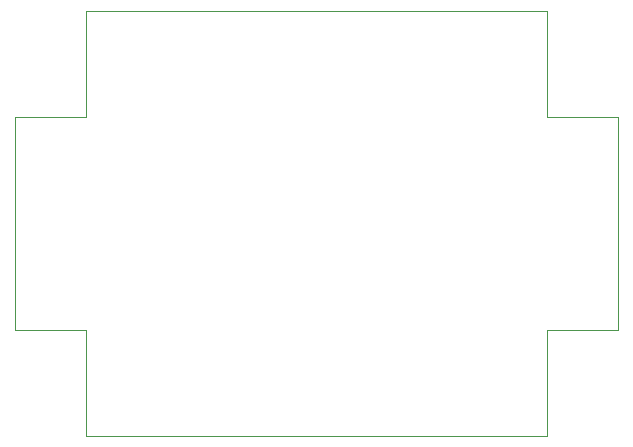
<source format=gbr>
%TF.GenerationSoftware,KiCad,Pcbnew,8.0.1*%
%TF.CreationDate,2024-05-29T09:24:11+02:00*%
%TF.ProjectId,KiCad schema,4b694361-6420-4736-9368-656d612e6b69,rev?*%
%TF.SameCoordinates,Original*%
%TF.FileFunction,Profile,NP*%
%FSLAX46Y46*%
G04 Gerber Fmt 4.6, Leading zero omitted, Abs format (unit mm)*
G04 Created by KiCad (PCBNEW 8.0.1) date 2024-05-29 09:24:11*
%MOMM*%
%LPD*%
G01*
G04 APERTURE LIST*
%TA.AperFunction,Profile*%
%ADD10C,0.050000*%
%TD*%
G04 APERTURE END LIST*
D10*
X121500000Y-58000000D02*
X127500000Y-58000000D01*
X82500000Y-76000000D02*
X76500000Y-76000000D01*
X82500000Y-49000000D02*
X82500000Y-58000000D01*
X121500000Y-49000000D02*
X82500000Y-49000000D01*
X76500000Y-58000000D02*
X76500000Y-76000000D01*
X121500000Y-85000000D02*
X82500000Y-85000000D01*
X121500000Y-85000000D02*
X121500000Y-76000000D01*
X76500000Y-58000000D02*
X82500000Y-58000000D01*
X127500000Y-58000000D02*
X127500000Y-76000000D01*
X127500000Y-76000000D02*
X121500000Y-76000000D01*
X121500000Y-49000000D02*
X121500000Y-58000000D01*
X82500000Y-85000000D02*
X82500000Y-76000000D01*
M02*

</source>
